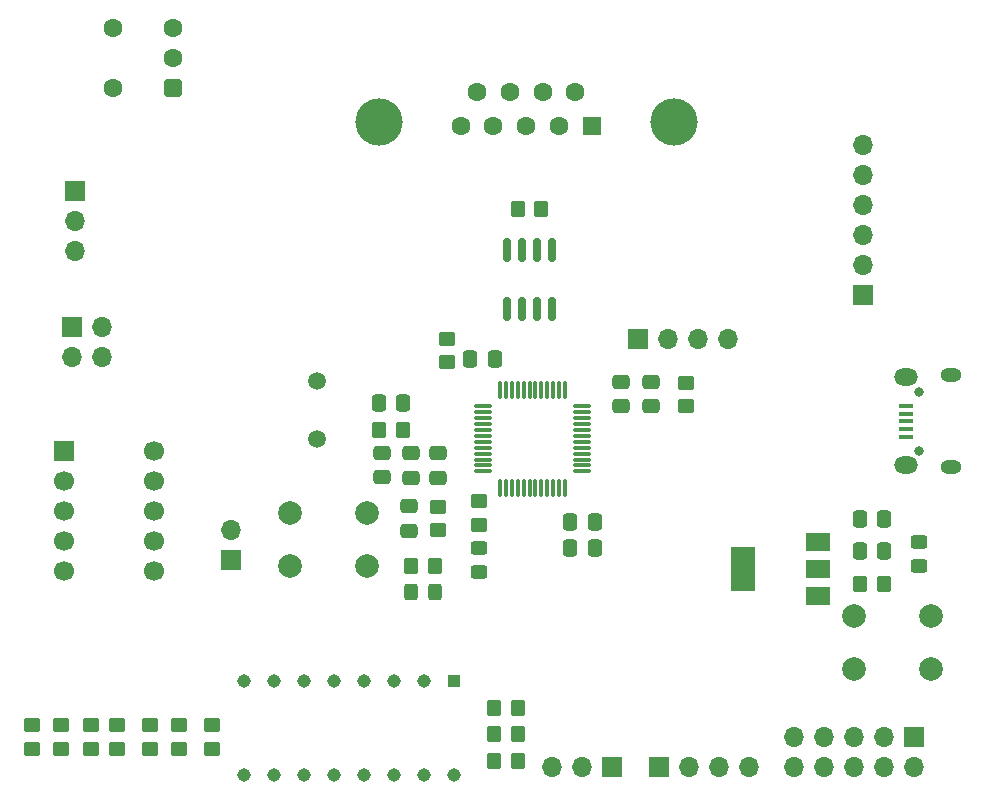
<source format=gbr>
%TF.GenerationSoftware,KiCad,Pcbnew,6.0.9-8da3e8f707~117~ubuntu18.04.1*%
%TF.CreationDate,2023-01-22T23:16:32+05:30*%
%TF.ProjectId,f103_V2,66313033-5f56-4322-9e6b-696361645f70,rev?*%
%TF.SameCoordinates,Original*%
%TF.FileFunction,Soldermask,Top*%
%TF.FilePolarity,Negative*%
%FSLAX46Y46*%
G04 Gerber Fmt 4.6, Leading zero omitted, Abs format (unit mm)*
G04 Created by KiCad (PCBNEW 6.0.9-8da3e8f707~117~ubuntu18.04.1) date 2023-01-22 23:16:32*
%MOMM*%
%LPD*%
G01*
G04 APERTURE LIST*
G04 Aperture macros list*
%AMRoundRect*
0 Rectangle with rounded corners*
0 $1 Rounding radius*
0 $2 $3 $4 $5 $6 $7 $8 $9 X,Y pos of 4 corners*
0 Add a 4 corners polygon primitive as box body*
4,1,4,$2,$3,$4,$5,$6,$7,$8,$9,$2,$3,0*
0 Add four circle primitives for the rounded corners*
1,1,$1+$1,$2,$3*
1,1,$1+$1,$4,$5*
1,1,$1+$1,$6,$7*
1,1,$1+$1,$8,$9*
0 Add four rect primitives between the rounded corners*
20,1,$1+$1,$2,$3,$4,$5,0*
20,1,$1+$1,$4,$5,$6,$7,0*
20,1,$1+$1,$6,$7,$8,$9,0*
20,1,$1+$1,$8,$9,$2,$3,0*%
G04 Aperture macros list end*
%ADD10R,1.700000X1.700000*%
%ADD11O,1.700000X1.700000*%
%ADD12RoundRect,0.075000X-0.662500X-0.075000X0.662500X-0.075000X0.662500X0.075000X-0.662500X0.075000X0*%
%ADD13RoundRect,0.075000X-0.075000X-0.662500X0.075000X-0.662500X0.075000X0.662500X-0.075000X0.662500X0*%
%ADD14RoundRect,0.250000X0.350000X0.450000X-0.350000X0.450000X-0.350000X-0.450000X0.350000X-0.450000X0*%
%ADD15C,4.000000*%
%ADD16R,1.600000X1.600000*%
%ADD17C,1.600000*%
%ADD18RoundRect,0.250000X-0.337500X-0.475000X0.337500X-0.475000X0.337500X0.475000X-0.337500X0.475000X0*%
%ADD19RoundRect,0.250000X0.450000X-0.350000X0.450000X0.350000X-0.450000X0.350000X-0.450000X-0.350000X0*%
%ADD20C,2.000000*%
%ADD21C,1.500000*%
%ADD22RoundRect,0.250000X0.450000X-0.325000X0.450000X0.325000X-0.450000X0.325000X-0.450000X-0.325000X0*%
%ADD23RoundRect,0.400000X-0.400000X-0.400000X0.400000X-0.400000X0.400000X0.400000X-0.400000X0.400000X0*%
%ADD24O,0.800000X0.800000*%
%ADD25R,1.300000X0.450000*%
%ADD26O,1.800000X1.150000*%
%ADD27O,2.000000X1.450000*%
%ADD28RoundRect,0.250000X0.337500X0.475000X-0.337500X0.475000X-0.337500X-0.475000X0.337500X-0.475000X0*%
%ADD29RoundRect,0.250000X-0.450000X0.350000X-0.450000X-0.350000X0.450000X-0.350000X0.450000X0.350000X0*%
%ADD30RoundRect,0.150000X0.150000X-0.825000X0.150000X0.825000X-0.150000X0.825000X-0.150000X-0.825000X0*%
%ADD31RoundRect,0.250000X-0.350000X-0.450000X0.350000X-0.450000X0.350000X0.450000X-0.350000X0.450000X0*%
%ADD32RoundRect,0.250000X-0.475000X0.337500X-0.475000X-0.337500X0.475000X-0.337500X0.475000X0.337500X0*%
%ADD33R,2.000000X1.500000*%
%ADD34R,2.000000X3.800000*%
%ADD35RoundRect,0.250000X0.475000X-0.337500X0.475000X0.337500X-0.475000X0.337500X-0.475000X-0.337500X0*%
%ADD36RoundRect,0.250000X0.325000X0.450000X-0.325000X0.450000X-0.325000X-0.450000X0.325000X-0.450000X0*%
%ADD37C,1.700000*%
%ADD38RoundRect,0.250000X-0.450000X0.325000X-0.450000X-0.325000X0.450000X-0.325000X0.450000X0.325000X0*%
%ADD39R,1.140000X1.140000*%
%ADD40C,1.140000*%
G04 APERTURE END LIST*
D10*
%TO.C,J5*%
X155250000Y-120750000D03*
D11*
X152710000Y-120750000D03*
X150170000Y-120750000D03*
%TD*%
D12*
%TO.C,U4*%
X144337500Y-90250000D03*
X144337500Y-90750000D03*
X144337500Y-91250000D03*
X144337500Y-91750000D03*
X144337500Y-92250000D03*
X144337500Y-92750000D03*
X144337500Y-93250000D03*
X144337500Y-93750000D03*
X144337500Y-94250000D03*
X144337500Y-94750000D03*
X144337500Y-95250000D03*
X144337500Y-95750000D03*
D13*
X145750000Y-97162500D03*
X146250000Y-97162500D03*
X146750000Y-97162500D03*
X147250000Y-97162500D03*
X147750000Y-97162500D03*
X148250000Y-97162500D03*
X148750000Y-97162500D03*
X149250000Y-97162500D03*
X149750000Y-97162500D03*
X150250000Y-97162500D03*
X150750000Y-97162500D03*
X151250000Y-97162500D03*
D12*
X152662500Y-95750000D03*
X152662500Y-95250000D03*
X152662500Y-94750000D03*
X152662500Y-94250000D03*
X152662500Y-93750000D03*
X152662500Y-93250000D03*
X152662500Y-92750000D03*
X152662500Y-92250000D03*
X152662500Y-91750000D03*
X152662500Y-91250000D03*
X152662500Y-90750000D03*
X152662500Y-90250000D03*
D13*
X151250000Y-88837500D03*
X150750000Y-88837500D03*
X150250000Y-88837500D03*
X149750000Y-88837500D03*
X149250000Y-88837500D03*
X148750000Y-88837500D03*
X148250000Y-88837500D03*
X147750000Y-88837500D03*
X147250000Y-88837500D03*
X146750000Y-88837500D03*
X146250000Y-88837500D03*
X145750000Y-88837500D03*
%TD*%
D14*
%TO.C,R3*%
X145250000Y-120250000D03*
X147250000Y-120250000D03*
%TD*%
D15*
%TO.C,J10*%
X160460000Y-66200000D03*
X135460000Y-66200000D03*
D16*
X153500000Y-66500000D03*
D17*
X150730000Y-66500000D03*
X147960000Y-66500000D03*
X145190000Y-66500000D03*
X142420000Y-66500000D03*
X152115000Y-63660000D03*
X149345000Y-63660000D03*
X146575000Y-63660000D03*
X143805000Y-63660000D03*
%TD*%
D18*
%TO.C,C2*%
X176212500Y-99750000D03*
X178287500Y-99750000D03*
%TD*%
D19*
%TO.C,R17*%
X144000000Y-100250000D03*
X144000000Y-98250000D03*
%TD*%
D14*
%TO.C,R1*%
X145250000Y-115750000D03*
X147250000Y-115750000D03*
%TD*%
D18*
%TO.C,C7*%
X143212500Y-86250000D03*
X145287500Y-86250000D03*
%TD*%
D20*
%TO.C,SW3*%
X175750000Y-108000000D03*
X182250000Y-108000000D03*
X175750000Y-112500000D03*
X182250000Y-112500000D03*
%TD*%
D21*
%TO.C,Y1*%
X130250000Y-93000000D03*
X130250000Y-88120000D03*
%TD*%
D10*
%TO.C,J3*%
X176500000Y-80850000D03*
D11*
X176500000Y-78310000D03*
X176500000Y-75770000D03*
X176500000Y-73230000D03*
X176500000Y-70690000D03*
X176500000Y-68150000D03*
%TD*%
D10*
%TO.C,J6*%
X123000000Y-103275000D03*
D11*
X123000000Y-100735000D03*
%TD*%
D22*
%TO.C,D2*%
X144000000Y-104275000D03*
X144000000Y-102225000D03*
%TD*%
D17*
%TO.C,SW2*%
X113010000Y-63290000D03*
X113010000Y-58210000D03*
D23*
X118090000Y-63290000D03*
D17*
X118090000Y-60750000D03*
X118090000Y-58210000D03*
%TD*%
D24*
%TO.C,J9*%
X181195000Y-94005000D03*
X181195000Y-89005000D03*
D25*
X180095000Y-92805000D03*
X180095000Y-92155000D03*
X180095000Y-91505000D03*
X180095000Y-90855000D03*
X180095000Y-90205000D03*
D26*
X183945000Y-87630000D03*
D27*
X180145000Y-95230000D03*
X180145000Y-87780000D03*
D26*
X183945000Y-95380000D03*
%TD*%
D19*
%TO.C,R13*%
X106100000Y-119220000D03*
X106100000Y-117220000D03*
%TD*%
D28*
%TO.C,C11*%
X153750000Y-102250000D03*
X151675000Y-102250000D03*
%TD*%
D29*
%TO.C,R7*%
X141250000Y-84500000D03*
X141250000Y-86500000D03*
%TD*%
D19*
%TO.C,R8*%
X111100000Y-119220000D03*
X111100000Y-117220000D03*
%TD*%
%TO.C,R15*%
X161500000Y-90250000D03*
X161500000Y-88250000D03*
%TD*%
D30*
%TO.C,U5*%
X146345000Y-81975000D03*
X147615000Y-81975000D03*
X148885000Y-81975000D03*
X150155000Y-81975000D03*
X150155000Y-77025000D03*
X148885000Y-77025000D03*
X147615000Y-77025000D03*
X146345000Y-77025000D03*
%TD*%
D10*
%TO.C,J1*%
X157450000Y-84500000D03*
D11*
X159990000Y-84500000D03*
X162530000Y-84500000D03*
X165070000Y-84500000D03*
%TD*%
%TO.C,J2*%
X109750000Y-77055000D03*
X109750000Y-74515000D03*
D10*
X109750000Y-71975000D03*
%TD*%
D28*
%TO.C,C12*%
X153750000Y-100000000D03*
X151675000Y-100000000D03*
%TD*%
D19*
%TO.C,R11*%
X118600000Y-119220000D03*
X118600000Y-117220000D03*
%TD*%
D31*
%TO.C,R18*%
X138250000Y-103750000D03*
X140250000Y-103750000D03*
%TD*%
D19*
%TO.C,R12*%
X121350000Y-119220000D03*
X121350000Y-117220000D03*
%TD*%
D10*
%TO.C,J8*%
X159250000Y-120750000D03*
D11*
X161790000Y-120750000D03*
X164330000Y-120750000D03*
X166870000Y-120750000D03*
%TD*%
D14*
%TO.C,R2*%
X147250000Y-118000000D03*
X145250000Y-118000000D03*
%TD*%
D20*
%TO.C,SW1*%
X134500000Y-99250000D03*
X128000000Y-99250000D03*
X134500000Y-103750000D03*
X128000000Y-103750000D03*
%TD*%
D18*
%TO.C,C5*%
X135462500Y-90000000D03*
X137537500Y-90000000D03*
%TD*%
D32*
%TO.C,C6*%
X156000000Y-88175000D03*
X156000000Y-90250000D03*
%TD*%
D33*
%TO.C,U1*%
X172650000Y-106300000D03*
X172650000Y-104000000D03*
D34*
X166350000Y-104000000D03*
D33*
X172650000Y-101700000D03*
%TD*%
D35*
%TO.C,C1*%
X138000000Y-100787500D03*
X138000000Y-98712500D03*
%TD*%
%TO.C,C9*%
X140500000Y-96287500D03*
X140500000Y-94212500D03*
%TD*%
D29*
%TO.C,R4*%
X140500000Y-98750000D03*
X140500000Y-100750000D03*
%TD*%
D18*
%TO.C,C4*%
X176212500Y-102500000D03*
X178287500Y-102500000D03*
%TD*%
D14*
%TO.C,R16*%
X149250000Y-73500000D03*
X147250000Y-73500000D03*
%TD*%
D36*
%TO.C,D3*%
X140275000Y-106000000D03*
X138225000Y-106000000D03*
%TD*%
D19*
%TO.C,R9*%
X113350000Y-119220000D03*
X113350000Y-117220000D03*
%TD*%
D32*
%TO.C,C3*%
X135750000Y-94175000D03*
X135750000Y-96250000D03*
%TD*%
D19*
%TO.C,R14*%
X108600000Y-119220000D03*
X108600000Y-117220000D03*
%TD*%
D35*
%TO.C,C8*%
X138250000Y-96287500D03*
X138250000Y-94212500D03*
%TD*%
D14*
%TO.C,R5*%
X137500000Y-92250000D03*
X135500000Y-92250000D03*
%TD*%
D10*
%TO.C,U3*%
X108817500Y-94047500D03*
D37*
X108817500Y-96587500D03*
X108817500Y-99127500D03*
X108817500Y-101667500D03*
X108817500Y-104207500D03*
X116437500Y-104207500D03*
X116437500Y-101667500D03*
X116437500Y-99127500D03*
X116437500Y-96587500D03*
X116437500Y-94047500D03*
%TD*%
D38*
%TO.C,D1*%
X181250000Y-101725000D03*
X181250000Y-103775000D03*
%TD*%
D14*
%TO.C,R6*%
X178250000Y-105250000D03*
X176250000Y-105250000D03*
%TD*%
D19*
%TO.C,R10*%
X116100000Y-119220000D03*
X116100000Y-117220000D03*
%TD*%
D10*
%TO.C,J4*%
X109500000Y-83500000D03*
D11*
X112040000Y-83500000D03*
X109500000Y-86040000D03*
X112040000Y-86040000D03*
%TD*%
D39*
%TO.C,U2*%
X141890000Y-113530000D03*
D40*
X139350000Y-113530000D03*
X136810000Y-113530000D03*
X134270000Y-113530000D03*
X131730000Y-113530000D03*
X129190000Y-113530000D03*
X126650000Y-113530000D03*
X124110000Y-113530000D03*
X124110000Y-121470000D03*
X126650000Y-121470000D03*
X129190000Y-121470000D03*
X131730000Y-121470000D03*
X134270000Y-121470000D03*
X136810000Y-121470000D03*
X139350000Y-121470000D03*
X141890000Y-121470000D03*
%TD*%
D32*
%TO.C,C10*%
X158500000Y-88175000D03*
X158500000Y-90250000D03*
%TD*%
D10*
%TO.C,J7*%
X180830000Y-118210000D03*
D11*
X180830000Y-120750000D03*
X178290000Y-118210000D03*
X178290000Y-120750000D03*
X175750000Y-118210000D03*
X175750000Y-120750000D03*
X173210000Y-118210000D03*
X173210000Y-120750000D03*
X170670000Y-118210000D03*
X170670000Y-120750000D03*
%TD*%
M02*

</source>
